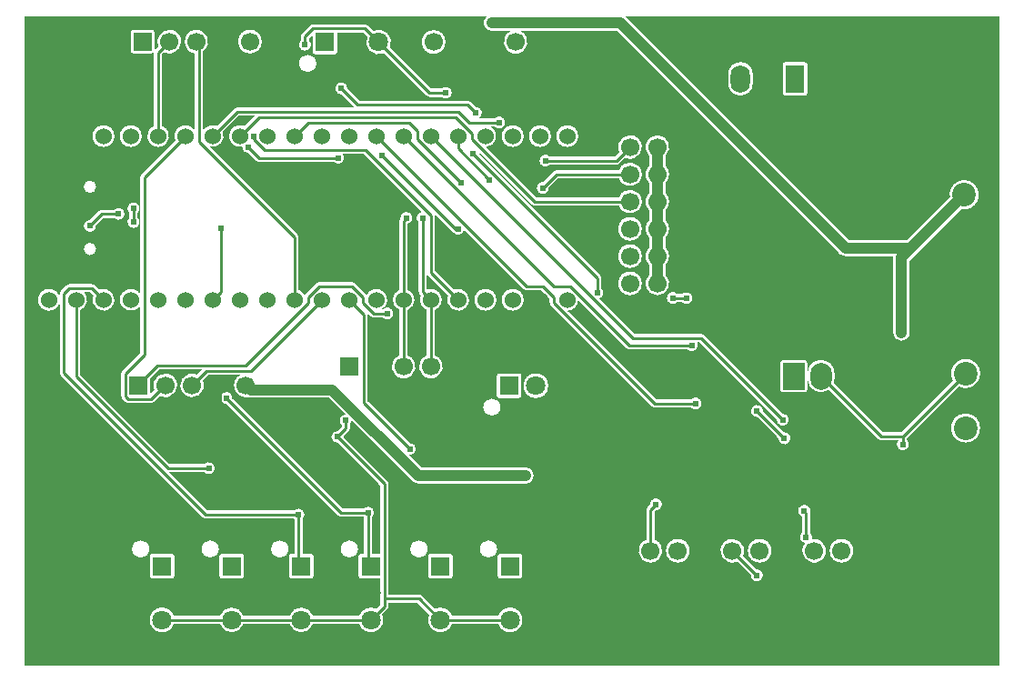
<source format=gbl>
G04 Layer: BottomLayer*
G04 EasyEDA Pro v2.2.34.8, 2025-01-04 05:44:47*
G04 Gerber Generator version 0.3*
G04 Scale: 100 percent, Rotated: No, Reflected: No*
G04 Dimensions in millimeters*
G04 Leading zeros omitted, absolute positions, 4 integers and 5 decimals*
%FSLAX45Y45*%
%MOMM*%
%ADD10C,5.99999*%
%ADD11O,2.1X1.0*%
%ADD12O,1.8X1.0*%
%ADD13C,2.2*%
%ADD14R,1.7X1.7*%
%ADD15C,1.7*%
%ADD16R,1.7X1.7*%
%ADD17O,1.8038X2.59999*%
%ADD18O,1.8X2.59999*%
%ADD19R,1.8X2.59999*%
%ADD20O,2.0X2.49999*%
%ADD21R,2.0X2.49999*%
%ADD22C,1.8*%
%ADD23R,1.8X1.8*%
%ADD24C,1.524*%
%ADD25R,1.8X1.8*%
%ADD26C,0.61*%
%ADD27C,0.254*%
%ADD28C,1.0*%
G75*


G04 Copper Start*
G36*
G01X38354Y-38357D02*
G01X4347313Y-38357D01*
G03X4388398Y-177537I41084J-63526D01*
G01X4568121Y-177537D01*
G03X4611326Y-390061I43205J-101871D01*
G03X4654530Y-177537I0J110654D01*
G01X5557061Y-177537D01*
G01X7634904Y-2255380D01*
G03X7688399Y-2277538I53495J53495D01*
G01X8129030Y-2277538D01*
G03X8128546Y-2286084I75170J-8546D01*
G01X8128546Y-2986084D01*
G03X8279854Y-2986084I75654J0D01*
G01X8279854Y-2317421D01*
G01X8762276Y-1834998D01*
G03X8884322Y-1605962I26124J133115D01*
G03X8655285Y-1728007I-95922J-95922D01*
G01X8257063Y-2126230D01*
G01X7719736Y-2126230D01*
G01X5641894Y-48387D01*
G03X5629483Y-38357I-53495J-53495D01*
G01X9118346Y-38357D01*
G01X9118346Y-6083060D01*
G01X38354Y-6087025D01*
G01X38354Y-38357D01*
G37*
%LPC*%
G36*
G01X368046Y-3359142D02*
G03X379280Y-3386263I38354J0D01*
G01X1700080Y-4707062D01*
G03X1727200Y-4718296I27120J27120D01*
G01X2549785Y-4718296D01*
G03X2552446Y-4720957I41015J38354D01*
G01X2552446Y-5044547D01*
G01X2526200Y-5044547D01*
G03X2500546Y-5070201I0J-25654D01*
G01X2500546Y-5250200D01*
G03X2526200Y-5275854I25654J0D01*
G01X2706200Y-5275854D01*
G03X2731854Y-5250200I0J25654D01*
G01X2731854Y-5070201D01*
G03X2706200Y-5044547I-25654J0D01*
G01X2629154Y-5044547D01*
G01X2629154Y-4720957D01*
G03X2630507Y-4640235I-38354J41015D01*
G03X2549785Y-4641588I-39707J-39707D01*
G01X1743087Y-4641588D01*
G01X1387995Y-4286496D01*
G01X1713485Y-4286496D01*
G03X1810654Y-4248142I41015J38354D01*
G03X1713485Y-4209788I-56154J0D01*
G01X1389387Y-4209788D01*
G01X559054Y-3379455D01*
G01X559054Y-2774064D01*
G03X595054Y-2610096I-38354J94357D01*
G01X650848Y-2610096D01*
G01X680859Y-2640108D01*
G03X846722Y-2751729I93841J-39600D01*
G03X735100Y-2585867I-72022J72022D01*
G01X693855Y-2544622D01*
G03X666735Y-2533388I-27120J-27120D01*
G01X457200Y-2533388D01*
G03X430080Y-2544622I0J-38354D01*
G01X379280Y-2595422D01*
G03X368046Y-2622542I27120J-27120D01*
G01X368046Y-2669548D01*
G03X164846Y-2679708I-101346J-10160D01*
G03X368046Y-2689868I101854J0D01*
G01X368046Y-3359142D01*
G37*
G36*
G01X706867Y-1627706D02*
G03X590560Y-1627706I-58153J0D01*
G03X706867Y-1627706I58153J0D01*
G37*
G36*
G01X706867Y-2206699D02*
G03X590560Y-2206699I-58153J0D01*
G03X706867Y-2206699I58153J0D01*
G37*
G36*
G01X873385Y-1917954D02*
G03X970554Y-1879600I41015J38354D01*
G03X873385Y-1841246I-56154J0D01*
G01X759941Y-1841246D01*
G03X732821Y-1852480I0J-38354D01*
G01X649582Y-1935719D01*
G03X607993Y-2031548I-1882J-56123D01*
G03X703823Y-1989959I39707J39707D01*
G01X775828Y-1917954D01*
G01X873385Y-1917954D01*
G37*
G36*
G01X774700Y-1257562D02*
G03X774700Y-1053854I0J101854D01*
G03X774700Y-1257562I0J-101854D01*
G37*
G36*
G01X1028700Y-1257562D02*
G03X1028700Y-1053854I0J101854D01*
G03X1028700Y-1257562I0J-101854D01*
G37*
G36*
G01X950780Y-3338387D02*
G03X939546Y-3365508I27120J-27120D01*
G01X939546Y-3577653D01*
G03X950780Y-3604774I38354J0D01*
G01X976180Y-3630174D01*
G03X1003300Y-3641407I27120J27120D01*
G01X1219200Y-3641407D01*
G03X1246320Y-3630174I0J38354D01*
G01X1301214Y-3575280D01*
G03X1430529Y-3399964I48973J99226D01*
G03X1248448Y-3519565I-80341J-76089D01*
G01X1210855Y-3557158D01*
G01X1210855Y-3411639D01*
G01X1294833Y-3327662D01*
G01X1694351Y-3327662D01*
G01X1646473Y-3375540D01*
G03X1521956Y-3554298I-46273J-100514D01*
G03X1700714Y-3429780I78244J78244D01*
G01X1752033Y-3378462D01*
G01X2048044Y-3378462D01*
G03X1995274Y-3511197I52155J-97592D01*
G03X2117346Y-3585371I104925J35143D01*
G03X2148638Y-3592146I31292J68879D01*
G01X2873670Y-3592146D01*
G01X3029178Y-3747653D01*
G03X2976882Y-3783154I-78J-56154D01*
G03X2990746Y-3844823I52218J-20653D01*
G01X2990746Y-3864121D01*
G01X2954782Y-3900085D01*
G03X2896746Y-3956207I-1882J-56123D01*
G03X2954782Y-4012330I56154J0D01*
G01X3352546Y-4410094D01*
G01X3352546Y-5044547D01*
G01X3276854Y-5044547D01*
G01X3276854Y-4701757D01*
G03X3278207Y-4621035I-38354J41015D01*
G03X3197485Y-4622388I-39707J-39707D01*
G01X3000387Y-4622388D01*
G01X1973823Y-3595824D01*
G03X1877993Y-3554235I-56123J1882D01*
G03X1919582Y-3650065I39707J-39707D01*
G01X2957380Y-4687862D01*
G03X2984500Y-4699096I27120J27120D01*
G01X3197485Y-4699096D01*
G03X3200146Y-4701757I41015J38354D01*
G01X3200146Y-5044547D01*
G01X3173900Y-5044547D01*
G03X3148246Y-5070201I0J-25654D01*
G01X3148246Y-5250200D01*
G03X3173900Y-5275854I25654J0D01*
G01X3352546Y-5275854D01*
G01X3352546Y-5517313D01*
G01X3313931Y-5555927D01*
G03X3219641Y-5553349I-50031J-104272D01*
G03X3154791Y-5621845I44259J-106850D01*
G01X2725309Y-5621845D01*
G03X2507091Y-5621845I-109109J-38354D01*
G01X2077609Y-5621845D01*
G03X1859391Y-5621845I-109109J-38354D01*
G01X1429909Y-5621845D01*
G03X1205146Y-5660199I-109109J-38354D01*
G03X1429909Y-5698553I115654J0D01*
G01X1859391Y-5698553D01*
G03X2077609Y-5698553I109109J38354D01*
G01X2507091Y-5698553D01*
G03X2725309Y-5698553I109109J38354D01*
G01X3154791Y-5698553D01*
G03X3308159Y-5767050I109109J38354D01*
G03X3368172Y-5610168I-44259J106850D01*
G01X3418020Y-5560320D01*
G03X3429254Y-5533199I-27120J27120D01*
G01X3429254Y-5499362D01*
G01X3696521Y-5499362D01*
G01X3807328Y-5610168D01*
G03X3867341Y-5767050I104272J-50031D01*
G03X4020709Y-5698553I44259J106850D01*
G01X4450191Y-5698553D01*
G03X4674954Y-5660199I109109J38354D01*
G03X4450191Y-5621845I-115654J0D01*
G01X4020709Y-5621845D01*
G03X3861569Y-5555927I-109109J-38354D01*
G01X3739528Y-5433887D01*
G03X3712408Y-5422654I-27120J-27120D01*
G01X3429254Y-5422654D01*
G01X3429254Y-4394208D01*
G03X3418020Y-4367087I-38354J0D01*
G01X3009022Y-3958089D01*
G03X3009022Y-3954326I-56123J1882D01*
G01X3056220Y-3907128D01*
G03X3067454Y-3880007I-27120J27120D01*
G01X3067454Y-3844823D01*
G03X3085254Y-3803729I-38354J41015D01*
G01X3651512Y-4369987D01*
G03X3705008Y-4392146I53495J53495D01*
G01X4705008Y-4392146D01*
G03X4705008Y-4240838I0J75654D01*
G01X3736345Y-4240838D01*
G01X3621602Y-4126095D01*
G03X3684402Y-4072757I6698J55753D01*
G03X3626418Y-4014220I-56102J2415D01*
G01X3234854Y-3622655D01*
G01X3234854Y-2815508D01*
G03X3233401Y-2805049I-38354J0D01*
G01X3262180Y-2833828D01*
G03X3289300Y-2845062I27120J27120D01*
G01X3375285Y-2845062D01*
G03X3472454Y-2806708I41015J38354D01*
G03X3375285Y-2768354I-56154J0D01*
G01X3364861Y-2768354D01*
G03X3383570Y-2604667I-50161J88646D01*
G03X3222086Y-2637318I-68870J-75041D01*
G03X3214820Y-2627187I-34386J-16989D01*
G01X3113220Y-2525587D01*
G03X3086100Y-2514354I-27120J-27120D01*
G01X2781300Y-2514354D01*
G03X2754180Y-2525587I0J-38354D01*
G01X2652580Y-2627187D01*
G03X2645314Y-2637318I27120J-27120D01*
G03X2591054Y-2585351I-92614J-42389D01*
G01X2591054Y-2095508D01*
G03X2579820Y-2068387I-38354J0D01*
G01X1765939Y-1254506D01*
G03X1868040Y-1221985I24761J98798D01*
G03X1884541Y-1116108I-77340J66277D01*
G01X2035187Y-965462D01*
G01X2180705Y-965462D01*
G01X2084300Y-1061867D01*
G03X1943360Y-1145491I-39600J-93841D01*
G03X2064773Y-1255564I101340J-10216D01*
G03X2122782Y-1313430I56127J-1744D01*
G01X2195380Y-1386028D01*
G03X2222500Y-1397262I27120J27120D01*
G01X2918085Y-1397262D01*
G03X2997201Y-1400158I41015J38354D01*
G03X3000584Y-1321062I-38101J41251D01*
G01X3197213Y-1321062D01*
G01X3738306Y-1862155D01*
G03X3692899Y-1900967I8194J-55553D01*
G03X3708146Y-1958723I53601J-16741D01*
G01X3708146Y-2603508D01*
G03X3719380Y-2630628I38354J0D01*
G01X3728859Y-2640108D01*
G03X3784346Y-2774064I93841J-39600D01*
G01X3784346Y-3198188D01*
G03X3822700Y-3412636I38354J-103794D01*
G03X3861054Y-3198188I0J110654D01*
G01X3861054Y-2774064D01*
G03X3917160Y-2641607I-38354J94357D01*
G03X3784854Y-2585146I-94460J-38100D01*
G01X3784854Y-2431929D01*
G03X3795580Y-2452828I37846J6222D01*
G01X3982859Y-2640108D01*
G03X4148722Y-2751729I93841J-39600D01*
G03X4037100Y-2585867I-72022J72022D01*
G01X3861054Y-2409821D01*
G01X3861054Y-1892308D01*
G03X3859600Y-1881849I-38354J0D01*
G01X4024180Y-2046428D01*
G03X4030885Y-2051777I27120J27120D01*
G03X4132253Y-2027501I45815J32469D01*
G01X4684580Y-2579828D01*
G03X4711700Y-2591062I27120J27120D01*
G01X4848213Y-2591062D01*
G01X4927346Y-2670194D01*
G01X4927346Y-2705108D01*
G03X4938580Y-2732228I38354J0D01*
G01X5878380Y-3672028D01*
G03X5905500Y-3683262I27120J27120D01*
G01X6245485Y-3683262D01*
G03X6342654Y-3644908I41015J38354D01*
G03X6245485Y-3606554I-56154J0D01*
G01X5921387Y-3606554D01*
G01X5096330Y-2781497D01*
G03X5164722Y-2751729I-3630J101789D01*
G03X5194489Y-2683338I-72022J72022D01*
G01X5642050Y-3130899D01*
G03X5669171Y-3142132I27120J27120D01*
G01X6212356Y-3142132D01*
G03X6287754Y-3148175I41015J38354D01*
G03X6300765Y-3073662I-34384J44396D01*
G01X6321413Y-3073662D01*
G01X7043177Y-3795426D01*
G03X7139007Y-3837015I56123J-1882D01*
G03X7097418Y-3741185I-39707J39707D01*
G01X6364420Y-3008187D01*
G03X6337300Y-2996954I-27120J-27120D01*
G01X5718187Y-2996954D01*
G01X5390490Y-2669257D01*
G03X5410454Y-2575185I-18390J53057D01*
G01X5410454Y-2474900D01*
G03X5399220Y-2447779I-38354J0D01*
G01X4274123Y-1322682D01*
G03X4271211Y-1302860I-56123J1882D01*
G01X4760780Y-1792428D01*
G03X4787900Y-1803662I27120J27120D01*
G01X5573106Y-1803662D01*
G03X5787554Y-1765308I103794J38354D01*
G03X5573106Y-1726954I-110654J0D01*
G01X4803787Y-1726954D01*
G01X4334330Y-1257497D01*
G03X4429643Y-1179883I-3630J101789D01*
G03X4380861Y-1067062I-98943J24176D01*
G01X4416685Y-1067062D01*
G03X4513854Y-1028708I41015J38354D01*
G03X4416685Y-990354I-56154J0D01*
G01X4266238Y-990354D01*
G03X4296311Y-926345I-24446J50554D01*
G03X4239911Y-883677I-54518J-13455D01*
G01X4192713Y-836480D01*
G03X4165592Y-825246I-27120J-27120D01*
G01X3156787Y-825246D01*
G01X3044623Y-713082D01*
G03X2948794Y-671493I-56123J1882D01*
G03X2990382Y-767323I39707J-39707D01*
G01X3111813Y-888754D01*
G01X2019300Y-888754D01*
G03X1992180Y-899987I0J-38354D01*
G01X1830300Y-1061867D01*
G03X1702054Y-1105547I-39600J-93841D01*
G01X1702054Y-366095D01*
G03X1611102Y-168394I-63754J90442D01*
G03X1625346Y-385546I27198J-107259D01*
G01X1625346Y-1105547D01*
G03X1491744Y-1064312I-88646J-50161D01*
G03X1442859Y-1195308I44956J-91396D01*
G01X1128580Y-1509587D01*
G03X1117346Y-1536708I27120J-27120D01*
G01X1117346Y-2629547D01*
G03X926846Y-2679708I-88646J-50161D01*
G03X1117346Y-2729869I101854J0D01*
G01X1117346Y-3171821D01*
G01X950780Y-3338387D01*
G37*
G36*
G01X1054100Y-2011954D02*
G03X1092454Y-1914785I0J56154D01*
G01X1092454Y-1869815D01*
G03X1054100Y-1772646I-38354J41015D01*
G03X1015746Y-1869815I0J-56154D01*
G01X1015746Y-1914785D01*
G03X1054100Y-2011954I38354J-41015D01*
G37*
G36*
G01X1282700Y-1257562D02*
G03X1321054Y-1061351I0J101854D01*
G01X1321054Y-393140D01*
G01X1339314Y-374880D01*
G03X1468629Y-199564I48973J99226D01*
G03X1286548Y-319165I-80341J-76089D01*
G01X1255580Y-350133D01*
G03X1248955Y-359025I27120J-27120D01*
G01X1248955Y-190654D01*
G03X1223301Y-165000I-25654J0D01*
G01X1053301Y-165000D01*
G03X1027647Y-190654I0J-25654D01*
G01X1027647Y-360653D01*
G03X1053301Y-386307I25654J0D01*
G01X1223301Y-386307D01*
G03X1244398Y-375248I0J25654D01*
G01X1244346Y-377253D01*
G01X1244346Y-1061351D01*
G03X1282700Y-1257562I38354J-94357D01*
G37*
G36*
G01X1201456Y-5000201D02*
G03X1040145Y-5000201I-80655J0D01*
G03X1201456Y-5000201I80655J0D01*
G37*
G36*
G01X1436454Y-5070201D02*
G03X1410800Y-5044547I-25654J0D01*
G01X1230800Y-5044547D01*
G03X1205146Y-5070201I0J-25654D01*
G01X1205146Y-5250200D01*
G03X1230800Y-5275854I25654J0D01*
G01X1410800Y-5275854D01*
G03X1436454Y-5250200I0J25654D01*
G01X1436454Y-5070201D01*
G37*
G36*
G01X1849156Y-5000201D02*
G03X1687845Y-5000201I-80655J0D01*
G03X1849156Y-5000201I80655J0D01*
G37*
G36*
G01X2084154Y-5070201D02*
G03X2058500Y-5044547I-25654J0D01*
G01X1878500Y-5044547D01*
G03X1852846Y-5070201I0J-25654D01*
G01X1852846Y-5250200D01*
G03X1878500Y-5275854I25654J0D01*
G01X2058500Y-5275854D01*
G03X2084154Y-5250200I0J25654D01*
G01X2084154Y-5070201D01*
G37*
G36*
G01X2248953Y-275653D02*
G03X2027645Y-275653I-110654J0D01*
G03X2248953Y-275653I110654J0D01*
G37*
G36*
G01X2496856Y-5000201D02*
G03X2335545Y-5000201I-80655J0D01*
G03X2496856Y-5000201I80655J0D01*
G37*
G36*
G01X3440372Y-329431D02*
G03X3286068Y-175128I-104272J50031D01*
G01X3236220Y-125280D01*
G03X3209100Y-114046I-27120J-27120D01*
G01X2726500Y-114046D01*
G03X2699379Y-125280I0J-38354D01*
G01X2623179Y-201480D01*
G03X2611946Y-228600I27120J-27120D01*
G01X2611946Y-263785D01*
G03X2650300Y-360954I38354J-41015D01*
G03X2688654Y-263785I0J56154D01*
G01X2688654Y-244487D01*
G01X2720447Y-212694D01*
G01X2720447Y-369400D01*
G03X2746101Y-395054I25654J0D01*
G01X2926100Y-395054D01*
G03X2951754Y-369400I0J25654D01*
G01X2951754Y-190754D01*
G01X3193213Y-190754D01*
G01X3231827Y-229369D01*
G03X3386131Y-383672I104272J-50031D01*
G01X3781279Y-778821D01*
G03X3808400Y-790054I27120J27120D01*
G01X3919785Y-790054D01*
G03X4016954Y-751700I41015J38354D01*
G03X3919785Y-713346I-56154J0D01*
G01X3824287Y-713346D01*
G01X3440372Y-329431D01*
G37*
G36*
G01X2756756Y-479400D02*
G03X2595446Y-479400I-80655J0D01*
G03X2756756Y-479400I80655J0D01*
G37*
G36*
G01X3144556Y-5000201D02*
G03X2983245Y-5000201I-80655J0D01*
G03X3144556Y-5000201I80655J0D01*
G37*
G36*
G01X3530346Y-3198188D02*
G03X3568700Y-3412636I38354J-103794D01*
G03X3607054Y-3198188I0J110654D01*
G01X3607054Y-2774064D01*
G03X3607054Y-2585351I-38354J94357D01*
G01X3607054Y-1972347D01*
G03X3627972Y-1872920I-12954J54639D01*
G03X3537998Y-1920121I-33872J-44788D01*
G03X3530346Y-1943108I30702J-22987D01*
G01X3530346Y-2585351D01*
G03X3530346Y-2774064I38354J-94357D01*
G01X3530346Y-3198188D01*
G37*
G36*
G01X3792256Y-5000201D02*
G03X3630945Y-5000201I-80655J0D01*
G03X3792256Y-5000201I80655J0D01*
G37*
G36*
G01X3737446Y-279408D02*
G03X3958754Y-279408I110654J0D01*
G03X3737446Y-279408I-110654J0D01*
G37*
G36*
G01X4027254Y-5070201D02*
G03X4001600Y-5044547I-25654J0D01*
G01X3821600Y-5044547D01*
G03X3795946Y-5070201I0J-25654D01*
G01X3795946Y-5250200D01*
G03X3821600Y-5275854I25654J0D01*
G01X4001600Y-5275854D01*
G03X4027254Y-5250200I0J25654D01*
G01X4027254Y-5070201D01*
G37*
G36*
G01X4330700Y-2781562D02*
G03X4330700Y-2577854I0J101854D01*
G03X4330700Y-2781562I0J-101854D01*
G37*
G36*
G01X4439956Y-5000201D02*
G03X4278645Y-5000201I-80655J0D01*
G03X4439956Y-5000201I80655J0D01*
G37*
G36*
G01X4471256Y-3679800D02*
G03X4309946Y-3679800I-80655J0D01*
G03X4471256Y-3679800I80655J0D01*
G37*
G36*
G01X4460601Y-3364146D02*
G03X4434947Y-3389800I0J-25654D01*
G01X4434947Y-3569800D01*
G03X4460601Y-3595454I25654J0D01*
G01X4640600Y-3595454D01*
G03X4666254Y-3569800I0J25654D01*
G01X4666254Y-3389800D01*
G03X4640600Y-3364146I-25654J0D01*
G01X4460601Y-3364146D01*
G37*
G36*
G01X4674954Y-5070201D02*
G03X4649300Y-5044547I-25654J0D01*
G01X4469300Y-5044547D01*
G03X4443646Y-5070201I0J-25654D01*
G01X4443646Y-5250200D01*
G03X4469300Y-5275854I25654J0D01*
G01X4649300Y-5275854D01*
G03X4674954Y-5250200I0J25654D01*
G01X4674954Y-5070201D01*
G37*
G36*
G01X4584700Y-1257562D02*
G03X4584700Y-1053854I0J101854D01*
G03X4584700Y-1257562I0J-101854D01*
G37*
G36*
G01X4584700Y-2781562D02*
G03X4584700Y-2577854I0J101854D01*
G03X4584700Y-2781562I0J-101854D01*
G37*
G36*
G01X4916267Y-3479800D02*
G03X4684959Y-3479800I-115654J0D01*
G03X4916267Y-3479800I115654J0D01*
G37*
G36*
G01X4838700Y-1257562D02*
G03X4838700Y-1053854I0J101854D01*
G03X4838700Y-1257562I0J-101854D01*
G37*
G36*
G01X4991100Y-1472954D02*
G03X4963980Y-1484187I0J-38354D01*
G01X4865982Y-1582185D01*
G03X4824393Y-1678015I-1882J-56123D01*
G03X4920223Y-1636426I39707J39707D01*
G01X5006987Y-1549662D01*
G01X5573106Y-1549662D01*
G03X5787554Y-1511308I103794J38354D01*
G03X5573106Y-1472954I-110654J0D01*
G01X4991100Y-1472954D01*
G37*
G36*
G01X5534013Y-1345954D02*
G01X4930515Y-1345954D01*
G03X4833346Y-1384308I-41015J-38354D01*
G03X4930515Y-1422662I56154J0D01*
G01X5549900Y-1422662D01*
G03X5577020Y-1411428I0J38354D01*
G01X5630627Y-1357822D01*
G03X5755144Y-1179064I46273J100514D01*
G03X5576386Y-1303581I-78244J-78244D01*
G01X5534013Y-1345954D01*
G37*
G36*
G01X5092700Y-1257562D02*
G03X5092700Y-1053854I0J101854D01*
G03X5092700Y-1257562I0J-101854D01*
G37*
G36*
G01X5787554Y-2019308D02*
G03X5566246Y-2019308I-110654J0D01*
G03X5787554Y-2019308I110654J0D01*
G37*
G36*
G01X5787554Y-2273308D02*
G03X5566246Y-2273308I-110654J0D01*
G03X5787554Y-2273308I110654J0D01*
G37*
G36*
G01X5787554Y-2527308D02*
G03X5566246Y-2527308I-110654J0D01*
G03X5787554Y-2527308I110654J0D01*
G37*
G36*
G01X5916318Y-4640815D02*
G03X5957907Y-4544985I1882J56123D01*
G03X5862077Y-4586574I-39707J-39707D01*
G01X5840280Y-4608372D01*
G03X5829046Y-4635492I27120J-27120D01*
G01X5829046Y-4912698D01*
G03X5867400Y-5127146I38354J-103794D01*
G03X5905754Y-4912698I0J110654D01*
G01X5905754Y-4651379D01*
G01X5916318Y-4640815D01*
G37*
G36*
G01X5855246Y-1592059D02*
G01X5855246Y-1684557D01*
G03X5855246Y-1846059I75654J-80751D01*
G01X5855246Y-1938557D01*
G03X5820246Y-2019308I75654J-80751D01*
G03X5855246Y-2100059I110654J0D01*
G01X5855246Y-2192557D01*
G03X5855246Y-2354059I75654J-80751D01*
G01X5855246Y-2446557D01*
G03X5930900Y-2637961I75654J-80751D01*
G03X6006554Y-2446557I0J110654D01*
G01X6006554Y-2354059D01*
G03X6006554Y-2192557I-75654J80751D01*
G01X6006554Y-2100059D01*
G03X6041554Y-2019308I-75654J80751D01*
G03X6006554Y-1938557I-110654J0D01*
G01X6006554Y-1846059D01*
G03X6006554Y-1684557I-75654J80751D01*
G01X6006554Y-1592059D01*
G03X6006554Y-1430557I-75654J80751D01*
G01X6006554Y-1338059D01*
G03X5930900Y-1146654I-75654J80751D01*
G03X5855246Y-1338059I0J-110654D01*
G01X5855246Y-1430557D01*
G03X5855246Y-1592059I75654J-80751D01*
G37*
G36*
G01X6232054Y-5016492D02*
G03X6010746Y-5016492I-110654J0D01*
G03X6232054Y-5016492I110654J0D01*
G37*
G36*
G01X6258847Y-2663391D02*
G03X6161677Y-2625037I-56154J0D01*
G01X6116708Y-2625037D01*
G03X6019539Y-2663391I-41015J-38354D01*
G03X6116708Y-2701745I56154J0D01*
G01X6161677Y-2701745D01*
G03X6258847Y-2663391I41015J38354D01*
G37*
G36*
G01X6897707Y-5284799D02*
G03X6856118Y-5188970I-39707J39707D01*
G01X6729914Y-5062766D01*
G03X6551156Y-4938248I-100514J46273D01*
G03X6675673Y-5117006I78244J-78244D01*
G01X6801877Y-5243211D01*
G03X6897707Y-5284799I56123J-1882D01*
G37*
G36*
G01X6820938Y-662101D02*
G01X6820938Y-582101D01*
G03X6589630Y-582101I-115654J0D01*
G01X6589630Y-662101D01*
G03X6820938Y-662101I115654J0D01*
G37*
G36*
G01X6994054Y-5016492D02*
G03X6772746Y-5016492I-110654J0D01*
G03X6994054Y-5016492I110654J0D01*
G37*
G36*
G01X7153307Y-4008703D02*
G03X7111718Y-3912874I-39707J39707D01*
G01X6915723Y-3716878D01*
G03X6819893Y-3675289I-56123J1882D01*
G03X6861482Y-3771119I39707J-39707D01*
G01X7057478Y-3967115D01*
G03X7153307Y-4008703I56123J-1882D01*
G37*
G36*
G01X7300892Y-3541554D02*
G03X7326546Y-3515900I0J25654D01*
G01X7326546Y-3265900D01*
G03X7300892Y-3240246I-25654J0D01*
G01X7100893Y-3240246D01*
G03X7075239Y-3265900I0J-25654D01*
G01X7075239Y-3515900D01*
G03X7100893Y-3541554I25654J0D01*
G01X7300892Y-3541554D01*
G37*
G36*
G01X7123309Y-467437D02*
G03X7097655Y-493091I0J-25654D01*
G01X7097655Y-753091D01*
G03X7123309Y-778745I25654J0D01*
G01X7303309Y-778745D01*
G03X7328963Y-753091I0J25654D01*
G01X7328963Y-493091D01*
G03X7303309Y-467437I-25654J0D01*
G01X7123309Y-467437D01*
G37*
G36*
G01X7272432Y-4594300D02*
G03X7276846Y-4695944I25965J-49790D01*
G01X7276846Y-4848477D01*
G03X7306915Y-4945032I38354J-41015D01*
G03X7448331Y-5111377I84485J-71460D01*
G03X7368104Y-4908319I-56931J94885D01*
G03X7353554Y-4848477I-52904J18826D01*
G01X7353554Y-4660892D01*
G03X7353253Y-4656098I-38354J0D01*
G03X7272432Y-4594300I-54855J12008D01*
G37*
G36*
G01X7986656Y-3976904D02*
G03X8013776Y-3988138I27120J27120D01*
G01X8175416Y-3988138D01*
G03X8219127Y-4082094I41484J-37846D01*
G03X8255254Y-3984969I-2227J56110D01*
G01X8255254Y-3965671D01*
G01X8736212Y-3484712D01*
G03X8897022Y-3269662I64888J119128D01*
G03X8681972Y-3430471I-95922J-95922D01*
G01X8201013Y-3911430D01*
G01X8029663Y-3911430D01*
G01X7574041Y-3455807D01*
G03X7580546Y-3415900I-119148J39907D01*
G01X7580546Y-3365900D01*
G03X7329239Y-3365900I-125654J0D01*
G01X7329239Y-3415900D01*
G03X7527911Y-3518160I125654J0D01*
G01X7986656Y-3976904D01*
G37*
G36*
G01X7756054Y-5016492D02*
G03X7534746Y-5016492I-110654J0D01*
G03X7756054Y-5016492I110654J0D01*
G37*
G36*
G01X8801100Y-4009238D02*
G03X8801100Y-3737930I0J135654D01*
G03X8801100Y-4009238I0J-135654D01*
G37*
%LPD*%
G04 Copper End*

G04 Pad Start*
G54D10*
G01X8636000Y-508008D03*
G01X8636000Y-5588008D03*
G01X508000Y-5588008D03*
G01X508000Y-508008D03*
G54D11*
G01X698701Y-1485694D03*
G54D12*
G01X280693Y-1485694D03*
G01X280693Y-2349701D03*
G54D11*
G01X698701Y-2349701D03*
G54D13*
G01X8788400Y-1701884D03*
G01X8788400Y-2209884D03*
G01X8801100Y-3365584D03*
G01X8801100Y-3873584D03*
G54D14*
G01X3060700Y-3302008D03*
G54D15*
G01X3314700Y-3301982D03*
G01X3568700Y-3301982D03*
G01X3822700Y-3301982D03*
G54D16*
G01X6184900Y-1257308D03*
G54D15*
G01X5930900Y-1257308D03*
G01X5676900Y-1257308D03*
G54D16*
G01X6184900Y-2019308D03*
G54D15*
G01X5930900Y-2019308D03*
G01X5676900Y-2019308D03*
G54D16*
G01X6184900Y-1511308D03*
G54D15*
G01X5930900Y-1511308D03*
G01X5676900Y-1511308D03*
G54D16*
G01X6184900Y-1765308D03*
G54D15*
G01X5930900Y-1765308D03*
G01X5676900Y-1765308D03*
G54D18*
G01X6959309Y-623091D03*
G01X6705284Y-622101D03*
G54D19*
G01X7213309Y-623091D03*
G54D20*
G01X7454892Y-3390900D03*
G01X7708892Y-3390900D03*
G54D21*
G01X7200892Y-3390900D03*
G54D15*
G01X3848100Y-279408D03*
G01X4102100Y-279408D03*
G54D22*
G01X3336100Y-279400D03*
G01X3086113Y-279400D03*
G54D23*
G01X2836101Y-279400D03*
G54D22*
G01X5050600Y-3479800D03*
G01X4800613Y-3479800D03*
G54D23*
G01X4550601Y-3479800D03*
G54D15*
G01X4611326Y-279408D03*
G01X4865326Y-279408D03*
G01X6883400Y-5016492D03*
G01X6629400Y-5016492D03*
G01X6121400Y-5016492D03*
G01X5867400Y-5016492D03*
G01X7645400Y-5016492D03*
G01X7391400Y-5016492D03*
G54D24*
G01X5092700Y-2679708D03*
G01X4838700Y-2679708D03*
G01X4584700Y-2679708D03*
G01X4330700Y-2679708D03*
G01X4076700Y-2679708D03*
G01X3822700Y-2679708D03*
G01X3568700Y-2679708D03*
G01X3314700Y-2679708D03*
G01X3060700Y-2679708D03*
G01X2806700Y-2679708D03*
G01X2552700Y-2679708D03*
G01X2298700Y-2679708D03*
G01X2044700Y-2679708D03*
G01X1790700Y-2679708D03*
G01X1536700Y-2679708D03*
G01X1282700Y-2679708D03*
G01X1028700Y-2679708D03*
G01X774700Y-2679708D03*
G01X520700Y-2679708D03*
G01X266700Y-2679708D03*
G01X266700Y-1155708D03*
G01X520700Y-1155708D03*
G01X774700Y-1155708D03*
G01X1028700Y-1155708D03*
G01X1282700Y-1155708D03*
G01X1536700Y-1155708D03*
G01X1790700Y-1155708D03*
G01X2044700Y-1155708D03*
G01X2298700Y-1155708D03*
G01X2552700Y-1155708D03*
G01X2806700Y-1155708D03*
G01X3060700Y-1155708D03*
G01X3314700Y-1155708D03*
G01X3568700Y-1155708D03*
G01X3822700Y-1155708D03*
G01X4076700Y-1155708D03*
G01X4330700Y-1155708D03*
G01X4584700Y-1155708D03*
G01X4838700Y-1155708D03*
G01X5092700Y-1155708D03*
G54D16*
G01X6184900Y-2273308D03*
G54D15*
G01X5930900Y-2273308D03*
G01X5676900Y-2273308D03*
G54D16*
G01X6184900Y-2527308D03*
G54D15*
G01X5930900Y-2527308D03*
G01X5676900Y-2527308D03*
G54D22*
G01X1320800Y-5660199D03*
G01X1320800Y-5410213D03*
G54D25*
G01X1320800Y-5160200D03*
G54D22*
G01X1968500Y-5660199D03*
G01X1968500Y-5410213D03*
G54D25*
G01X1968500Y-5160200D03*
G54D22*
G01X2616200Y-5660199D03*
G01X2616200Y-5410213D03*
G54D25*
G01X2616200Y-5160200D03*
G54D22*
G01X3263900Y-5660199D03*
G01X3263900Y-5410213D03*
G54D25*
G01X3263900Y-5160200D03*
G54D22*
G01X3911600Y-5660199D03*
G01X3911600Y-5410213D03*
G54D25*
G01X3911600Y-5160200D03*
G54D22*
G01X4559300Y-5660199D03*
G01X4559300Y-5410213D03*
G54D25*
G01X4559300Y-5160200D03*
G54D15*
G01X2138299Y-275653D03*
G01X1888287Y-275653D03*
G01X1638300Y-275653D03*
G01X1388288Y-275653D03*
G54D16*
G01X1138301Y-275653D03*
G54D15*
G01X2100199Y-3476053D03*
G01X1850187Y-3476053D03*
G01X1600200Y-3476053D03*
G01X1350188Y-3476053D03*
G54D16*
G01X1100201Y-3476053D03*
G04 Pad End*

G04 Via Start*
G54D26*
G01X7113600Y-3968996D03*
G01X6859600Y-3714996D03*
G01X8216900Y-4025984D03*
G01X7315200Y-4889492D03*
G01X7298398Y-4644090D03*
G01X6858000Y-5245092D03*
G01X5918200Y-4584692D03*
G01X8204200Y-2986084D03*
G01X4705008Y-4316492D03*
G01X4388398Y-101883D03*
G01X3960800Y-751700D03*
G01X2650300Y-304800D03*
G01X4218000Y-1320800D03*
G01X5372100Y-2616200D03*
G01X3029100Y-3803807D03*
G01X2952900Y-3956207D03*
G01X6075693Y-2663391D03*
G01X6202693Y-2663391D03*
G01X2988501Y-711200D03*
G01X4241792Y-939800D03*
G01X4368792Y-1562108D03*
G01X1754500Y-4248142D03*
G01X2590800Y-4679942D03*
G01X3238500Y-4660742D03*
G01X1917700Y-3593942D03*
G01X3628300Y-4070342D03*
G01X5050600Y-4121899D03*
G01X4517200Y-4655299D03*
G01X3856800Y-4706099D03*
G01X1856100Y-4058658D03*
G01X3924300Y-2019308D03*
G01X2171700Y-1155708D03*
G01X3416300Y-2806708D03*
G01X7099300Y-3797308D03*
G01X6253371Y-3103778D03*
G01X6286500Y-3644908D03*
G01X1866900Y-2012500D03*
G01X4889500Y-1384308D03*
G01X4102100Y-1587508D03*
G01X4864100Y-1638308D03*
G01X4076700Y-2019308D03*
G01X3365500Y-1333508D03*
G01X2959100Y-1358908D03*
G01X2120900Y-1257308D03*
G01X4457700Y-1028708D03*
G01X3594100Y-1917708D03*
G01X3746500Y-1917708D03*
G01X914400Y-1879600D03*
G01X1054100Y-1955800D03*
G01X647700Y-1991841D03*
G01X1054100Y-1828800D03*
G04 Via End*

G04 Track Start*
G54D27*
G01X7113600Y-3968996D02*
G01X6859600Y-3714996D01*
G01X8801100Y-3365584D02*
G01X8216900Y-3949784D01*
G01X8216900Y-4025984D01*
G01X8216900Y-3949784D02*
G01X8013776Y-3949784D01*
G01X7454892Y-3390900D01*
G01X7315200Y-4889492D02*
G01X7315200Y-4660892D01*
G01X7298398Y-4644090D01*
G01X6629400Y-5016492D02*
G01X6858000Y-5245092D01*
G01X5867400Y-5016492D02*
G01X5867400Y-4635492D01*
G01X5918200Y-4584692D01*
G54D28*
G01X8204200Y-2286084D02*
G01X8204200Y-2986084D01*
G01X4705008Y-4316492D02*
G01X3705008Y-4316492D01*
G01X2905007Y-3516492D01*
G01X2148638Y-3516492D01*
G01X2108200Y-3476053D01*
G01X8288400Y-2201884D02*
G01X7688399Y-2201884D01*
G01X5588398Y-101883D01*
G01X4388398Y-101883D01*
G54D27*
G01X3960800Y-751700D02*
G01X3808400Y-751700D01*
G01X3336100Y-279400D01*
G01X3209100Y-152400D01*
G01X2726500Y-152400D01*
G01X2650300Y-228600D01*
G01X2650300Y-304800D01*
G01X4218000Y-1320800D02*
G01X5372100Y-2474900D01*
G01X5372100Y-2616200D01*
G01X3029100Y-3803807D02*
G01X3029100Y-3880007D01*
G01X2952900Y-3956207D01*
G01X6075693Y-2663391D02*
G01X6202693Y-2663391D01*
G01X2952900Y-3956207D02*
G01X3390900Y-4394208D01*
G01X3390900Y-5533199D02*
G01X3263900Y-5660199D01*
G01X3390900Y-5461008D02*
G01X3712408Y-5461008D01*
G01X3911600Y-5660199D01*
G01X3263900Y-5660199D02*
G01X2616200Y-5660199D01*
G01X1968500Y-5660199D01*
G01X3911600Y-5660199D02*
G01X4559300Y-5660199D01*
G01X1968500Y-5660199D02*
G01X1320800Y-5660199D01*
G54D28*
G01X5930900Y-1257308D02*
G01X5930900Y-1511308D01*
G01X5930900Y-1765308D01*
G01X5930900Y-2019308D01*
G01X5930900Y-2273308D01*
G01X5930900Y-2527308D01*
G54D27*
G01X2988501Y-711200D02*
G01X3140901Y-863600D01*
G01X4165592Y-863600D01*
G01X4241792Y-939800D01*
G01X4368792Y-1562108D02*
G01X4076700Y-1270015D01*
G01X4076700Y-1155708D01*
G01X2552700Y-2679708D02*
G01X2552700Y-2095508D01*
G01X1663700Y-1206508D01*
G01X1663700Y-301053D01*
G01X1638300Y-275653D01*
G01X2806700Y-2679708D02*
G01X2146300Y-3340108D01*
G01X1736146Y-3340108D01*
G01X1600200Y-3476053D01*
G01X1754500Y-4248142D02*
G01X1373500Y-4248142D01*
G01X520700Y-3395342D01*
G01X520700Y-2679708D01*
G01X2590800Y-4679942D02*
G01X2590800Y-5134800D01*
G01X2616200Y-5160200D01*
G01X2590800Y-4679942D02*
G01X1727200Y-4679942D01*
G01X406400Y-3359142D01*
G01X406400Y-2622542D01*
G01X457200Y-2571742D01*
G01X666735Y-2571742D01*
G01X774700Y-2679708D01*
G01X3238500Y-4660742D02*
G01X3238500Y-5134800D01*
G01X3263900Y-5160200D01*
G01X3238500Y-4660742D02*
G01X2984500Y-4660742D01*
G01X1917700Y-3593942D01*
G01X3628300Y-4070342D02*
G01X3196500Y-3638542D01*
G01X3196500Y-2815508D01*
G01X3060700Y-2679708D01*
G01X5050600Y-4121899D02*
G01X5050600Y-3479800D01*
G01X4847400Y-3276600D01*
G01X4847400Y-2688407D01*
G01X4838700Y-2679708D01*
G01X5050600Y-4121899D02*
G01X4517200Y-4655299D01*
G01X3907600Y-4655299D01*
G01X3856800Y-4706099D01*
G01X1856100Y-4058658D02*
G01X1856100Y-3477953D01*
G01X1854200Y-3476053D01*
G01X4838700Y-2679708D02*
G01X4762500Y-2679708D01*
G01X4178300Y-2095508D01*
G01X4000500Y-2095508D01*
G01X3924300Y-2019308D01*
G01X4847400Y-3276600D02*
G01X4009200Y-3276600D01*
G01X3856800Y-3429000D01*
G01X3441718Y-3429000D01*
G01X3314700Y-3301982D01*
G01X4076700Y-2679708D02*
G01X3822700Y-2425708D01*
G01X3822700Y-1892308D01*
G01X3213100Y-1282708D01*
G01X2273300Y-1282708D01*
G01X2171700Y-1181108D01*
G01X2171700Y-1155708D01*
G01X3416300Y-2806708D02*
G01X3289300Y-2806708D01*
G01X3187700Y-2705108D01*
G01X3187700Y-2654308D01*
G01X3086100Y-2552708D01*
G01X2781300Y-2552708D01*
G01X2679700Y-2654308D01*
G01X2679700Y-2705108D01*
G01X2095500Y-3289308D01*
G01X1278946Y-3289308D01*
G01X1092200Y-3476053D01*
G01X3822700Y-1155708D02*
G01X5702300Y-3035308D01*
G01X6337300Y-3035308D01*
G01X7099300Y-3797308D01*
G01X3568700Y-1155708D02*
G01X4965700Y-2552708D01*
G01X5118100Y-2552708D01*
G01X5669171Y-3103778D01*
G01X6253371Y-3103778D01*
G01X3314700Y-1155708D02*
G01X4711700Y-2552708D01*
G01X4864100Y-2552708D01*
G01X4965700Y-2654308D01*
G01X4965700Y-2705108D01*
G01X5905500Y-3644908D01*
G01X6286500Y-3644908D01*
G01X1866900Y-2012500D02*
G01X1866900Y-2603508D01*
G01X1790700Y-2679708D01*
G01X1282700Y-1155708D02*
G01X1282700Y-377253D01*
G01X1384300Y-275653D01*
G01X1536700Y-1155708D02*
G01X1155700Y-1536708D01*
G01X1155700Y-3187708D01*
G01X977900Y-3365508D01*
G01X977900Y-3577653D01*
G01X1003300Y-3603053D01*
G01X1219200Y-3603053D01*
G01X1346200Y-3476053D01*
G01X5676900Y-1257308D02*
G01X5549900Y-1384308D01*
G01X4889500Y-1384308D01*
G01X4102100Y-1587508D02*
G01X3695700Y-1181108D01*
G01X3695700Y-1104908D01*
G01X3619500Y-1028708D01*
G01X2679700Y-1028708D01*
G01X2552700Y-1155708D01*
G01X5676900Y-1511308D02*
G01X4991100Y-1511308D01*
G01X4864100Y-1638308D01*
G01X4076700Y-2019308D02*
G01X4051300Y-2019308D01*
G01X3365500Y-1333508D01*
G01X2959100Y-1358908D02*
G01X2222500Y-1358908D01*
G01X2120900Y-1257308D01*
G01X5676900Y-1765308D02*
G01X4787900Y-1765308D01*
G01X4203700Y-1181108D01*
G01X4203700Y-1130308D01*
G01X4051300Y-977908D01*
G01X2222500Y-977908D01*
G01X2044700Y-1155708D01*
G01X4457700Y-1028708D02*
G01X4178300Y-1028708D01*
G01X4076700Y-927108D01*
G01X2019300Y-927108D01*
G01X1790700Y-1155708D01*
G01X3568700Y-3301982D02*
G01X3568700Y-2679708D01*
G01X3568700Y-1943108D01*
G01X3594100Y-1917708D01*
G01X3822700Y-3301982D02*
G01X3822700Y-2679708D01*
G01X3746500Y-2603508D01*
G01X3746500Y-1917708D01*
G54D28*
G01X8788400Y-1701884D02*
G01X8288400Y-2201884D01*
G01X8204200Y-2286084D01*
G54D27*
G01X3390900Y-4394208D02*
G01X3390900Y-5461008D01*
G01X3390900Y-5533199D01*
G01X1054100Y-1828800D02*
G01X1054100Y-1955800D01*
G01X914400Y-1879600D02*
G01X759941Y-1879600D01*
G01X647700Y-1991841D01*
G04 Track End*

M02*


</source>
